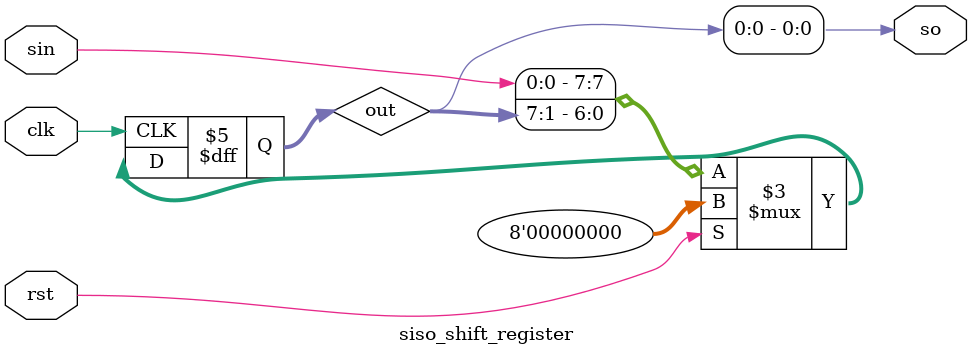
<source format=v>
`timescale 1ns / 1ps


module siso_shift_register(output so,input sin,clk,rst);
reg [7:0]out;
always @(posedge clk)
begin
 if(rst)
   out<=8'b0;
 else
   out<={sin,out[7:1]}; 
end
assign so=out[0];
endmodule

</source>
